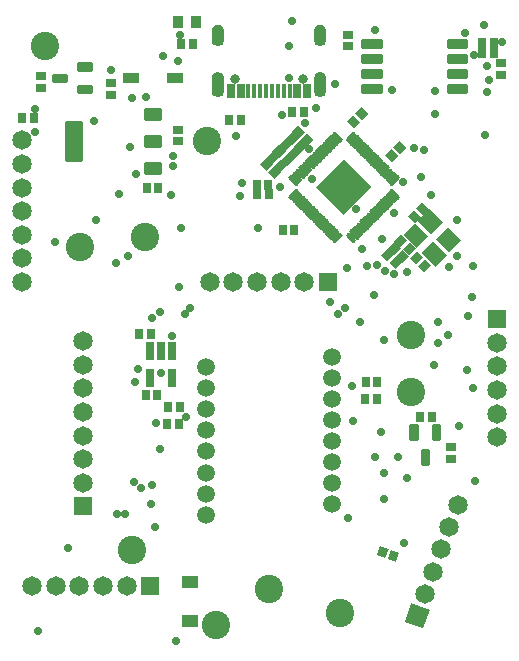
<source format=gbs>
G04 EAGLE Gerber RS-274X export*
G75*
%MOMM*%
%FSLAX34Y34*%
%LPD*%
%INSoldermask Bottom*%
%IPPOS*%
%AMOC8*
5,1,8,0,0,1.08239X$1,22.5*%
G01*
G04 Define Apertures*
%ADD10C,2.403200*%
%ADD11R,0.763200X0.832300*%
%ADD12R,0.832300X0.763200*%
%ADD13R,1.643200X1.643200*%
%ADD14C,1.643200*%
%ADD15R,0.400000X1.240000*%
%ADD16R,0.700000X1.240000*%
%ADD17C,0.803200*%
%ADD18R,0.815000X1.115000*%
%ADD19R,0.738300X0.847200*%
%ADD20R,1.403200X0.903200*%
%ADD21C,1.503200*%
%ADD22R,0.762000X1.625600*%
%ADD23C,0.254016*%
%ADD24R,3.303200X3.303200*%
%ADD25C,0.339959*%
%ADD26C,0.393431*%
%ADD27C,0.344606*%
%ADD28R,1.403200X1.603200*%
%ADD29R,1.423200X1.113200*%
%ADD30C,0.353406*%
%ADD31R,0.847200X0.738300*%
%ADD32R,1.643200X1.643200*%
%ADD33C,0.705600*%
G36*
X-42126Y337824D02*
X-41059Y337450D01*
X-40101Y336849D01*
X-39302Y336049D01*
X-38700Y335091D01*
X-38326Y334024D01*
X-38200Y332903D01*
X-38200Y324897D01*
X-38326Y323776D01*
X-38700Y322709D01*
X-39302Y321751D01*
X-40101Y320952D01*
X-41059Y320350D01*
X-42126Y319976D01*
X-43250Y319850D01*
X-44374Y319976D01*
X-45441Y320350D01*
X-46399Y320952D01*
X-47199Y321751D01*
X-47800Y322709D01*
X-48174Y323776D01*
X-48300Y324897D01*
X-48300Y332903D01*
X-48174Y334024D01*
X-47800Y335091D01*
X-47199Y336049D01*
X-46399Y336849D01*
X-45441Y337450D01*
X-44374Y337824D01*
X-43250Y337950D01*
X-42126Y337824D01*
G37*
G36*
X44374Y337824D02*
X45441Y337450D01*
X46399Y336849D01*
X47199Y336049D01*
X47800Y335091D01*
X48174Y334024D01*
X48300Y332903D01*
X48300Y324897D01*
X48174Y323776D01*
X47800Y322709D01*
X47199Y321751D01*
X46399Y320952D01*
X45441Y320350D01*
X44374Y319976D01*
X43250Y319850D01*
X42126Y319976D01*
X41059Y320350D01*
X40101Y320952D01*
X39302Y321751D01*
X38700Y322709D01*
X38326Y323776D01*
X38200Y324897D01*
X38200Y332903D01*
X38326Y334024D01*
X38700Y335091D01*
X39302Y336049D01*
X40101Y336849D01*
X41059Y337450D01*
X42126Y337824D01*
X43250Y337950D01*
X44374Y337824D01*
G37*
G36*
X-42126Y297624D02*
X-41059Y297250D01*
X-40101Y296649D01*
X-39302Y295849D01*
X-38700Y294891D01*
X-38326Y293824D01*
X-38200Y292703D01*
X-38200Y281697D01*
X-38326Y280576D01*
X-38700Y279509D01*
X-39302Y278551D01*
X-40101Y277752D01*
X-41059Y277150D01*
X-42126Y276776D01*
X-43250Y276650D01*
X-44374Y276776D01*
X-45441Y277150D01*
X-46399Y277752D01*
X-47199Y278551D01*
X-47800Y279509D01*
X-48174Y280576D01*
X-48300Y281697D01*
X-48300Y292703D01*
X-48174Y293824D01*
X-47800Y294891D01*
X-47199Y295849D01*
X-46399Y296649D01*
X-45441Y297250D01*
X-44374Y297624D01*
X-43250Y297750D01*
X-42126Y297624D01*
G37*
G36*
X44374Y297624D02*
X45441Y297250D01*
X46399Y296649D01*
X47199Y295849D01*
X47800Y294891D01*
X48174Y293824D01*
X48300Y292703D01*
X48300Y281697D01*
X48174Y280576D01*
X47800Y279509D01*
X47199Y278551D01*
X46399Y277752D01*
X45441Y277150D01*
X44374Y276776D01*
X43250Y276650D01*
X42137Y276764D01*
X41076Y277123D01*
X40122Y277709D01*
X39322Y278493D01*
X38717Y279435D01*
X38336Y280488D01*
X38200Y281597D01*
X38200Y292603D01*
X38316Y293736D01*
X38683Y294817D01*
X39281Y295791D01*
X40081Y296606D01*
X41042Y297223D01*
X42116Y297611D01*
X43250Y297750D01*
X44374Y297624D01*
G37*
D10*
X0Y-140000D03*
X-105000Y158500D03*
X-160000Y150000D03*
X-190000Y320000D03*
X-115800Y-106600D03*
X60000Y-160000D03*
X120000Y75000D03*
X-52400Y239500D03*
X120000Y27000D03*
X-45000Y-170000D03*
D11*
X81754Y21100D03*
X91446Y21100D03*
G36*
X31877Y245733D02*
X37274Y240336D01*
X31391Y234453D01*
X25994Y239850D01*
X31877Y245733D01*
G37*
G36*
X25023Y252587D02*
X30420Y247190D01*
X24537Y241307D01*
X19140Y246704D01*
X25023Y252587D01*
G37*
G36*
X100336Y137608D02*
X94939Y143005D01*
X100822Y148888D01*
X106219Y143491D01*
X100336Y137608D01*
G37*
G36*
X107190Y130754D02*
X101793Y136151D01*
X107676Y142034D01*
X113073Y136637D01*
X107190Y130754D01*
G37*
G36*
X26531Y240387D02*
X31928Y234990D01*
X26045Y229107D01*
X20648Y234504D01*
X26531Y240387D01*
G37*
G36*
X19677Y247241D02*
X25074Y241844D01*
X19191Y235961D01*
X13794Y241358D01*
X19677Y247241D01*
G37*
X21267Y164134D03*
X11575Y164134D03*
G36*
X109713Y226630D02*
X104316Y221233D01*
X98433Y227116D01*
X103830Y232513D01*
X109713Y226630D01*
G37*
G36*
X116567Y233484D02*
X111170Y228087D01*
X105287Y233970D01*
X110684Y239367D01*
X116567Y233484D01*
G37*
G36*
X77484Y255579D02*
X72087Y250182D01*
X66204Y256065D01*
X71601Y261462D01*
X77484Y255579D01*
G37*
G36*
X84338Y262433D02*
X78941Y257036D01*
X73058Y262919D01*
X78455Y268316D01*
X84338Y262433D01*
G37*
G36*
X105682Y142954D02*
X100285Y148351D01*
X106168Y154234D01*
X111565Y148837D01*
X105682Y142954D01*
G37*
G36*
X112536Y136100D02*
X107139Y141497D01*
X113022Y147380D01*
X118419Y141983D01*
X112536Y136100D01*
G37*
X-154Y194500D03*
X-9846Y194500D03*
X-454Y202500D03*
X-10146Y202500D03*
G36*
X131950Y139393D02*
X137347Y133996D01*
X131464Y128113D01*
X126067Y133510D01*
X131950Y139393D01*
G37*
G36*
X125096Y146247D02*
X130493Y140850D01*
X124610Y134967D01*
X119213Y140364D01*
X125096Y146247D01*
G37*
X81954Y35600D03*
X91646Y35600D03*
G36*
X124287Y182670D02*
X129684Y188067D01*
X135567Y182184D01*
X130170Y176787D01*
X124287Y182670D01*
G37*
G36*
X117433Y175816D02*
X122830Y181213D01*
X128713Y175330D01*
X123316Y169933D01*
X117433Y175816D01*
G37*
G36*
X10281Y224137D02*
X15678Y218740D01*
X9795Y212857D01*
X4398Y218254D01*
X10281Y224137D01*
G37*
G36*
X3427Y230991D02*
X8824Y225594D01*
X2941Y219711D01*
X-2456Y225108D01*
X3427Y230991D01*
G37*
X-100233Y76058D03*
X-109925Y76058D03*
X-94376Y24318D03*
X-104068Y24318D03*
X-103646Y199800D03*
X-93954Y199800D03*
D12*
X-76700Y239054D03*
X-76700Y248746D03*
D11*
G36*
X4934Y218790D02*
X10331Y213393D01*
X4448Y207510D01*
X-949Y212907D01*
X4934Y218790D01*
G37*
G36*
X-1920Y225644D02*
X3477Y220247D01*
X-2406Y214364D01*
X-7803Y219761D01*
X-1920Y225644D01*
G37*
D13*
X50000Y120000D03*
D14*
X30000Y120000D03*
X10000Y120000D03*
X-10000Y120000D03*
X-30000Y120000D03*
X-50000Y120000D03*
D15*
X-17500Y281400D03*
X-12500Y281400D03*
X-7500Y281400D03*
X17500Y281400D03*
X12500Y281400D03*
X7500Y281400D03*
X-2500Y281400D03*
X2500Y281400D03*
D16*
X-32000Y281400D03*
X32000Y281400D03*
X-24000Y281400D03*
X24000Y281400D03*
D17*
X-28900Y292100D03*
X28900Y292100D03*
D18*
X-76800Y339800D03*
X-61800Y339800D03*
D19*
X-75125Y14200D03*
X-85275Y14200D03*
G36*
X111217Y149620D02*
X105997Y154840D01*
X111987Y160830D01*
X117207Y155610D01*
X111217Y149620D01*
G37*
G36*
X118395Y142442D02*
X113175Y147662D01*
X119165Y153652D01*
X124385Y148432D01*
X118395Y142442D01*
G37*
X-76525Y-600D03*
X-86675Y-600D03*
X-24025Y257400D03*
X-34175Y257400D03*
X19925Y263600D03*
X30075Y263600D03*
X190275Y313680D03*
X180125Y313680D03*
X180125Y322290D03*
X190275Y322290D03*
G36*
X21509Y234717D02*
X26729Y229497D01*
X20739Y223507D01*
X15519Y228727D01*
X21509Y234717D01*
G37*
G36*
X14331Y241895D02*
X19551Y236675D01*
X13561Y230685D01*
X8341Y235905D01*
X14331Y241895D01*
G37*
G36*
X16058Y229265D02*
X21278Y224045D01*
X15288Y218055D01*
X10068Y223275D01*
X16058Y229265D01*
G37*
G36*
X8880Y236443D02*
X14100Y231223D01*
X8110Y225233D01*
X2890Y230453D01*
X8880Y236443D01*
G37*
X-64525Y321100D03*
X-74675Y321100D03*
D20*
X-116800Y292600D03*
X-79800Y292600D03*
D21*
X53500Y56600D03*
X53500Y38800D03*
X53500Y21000D03*
X53500Y3200D03*
X53500Y-14600D03*
X53500Y-32400D03*
X53500Y-50200D03*
X53500Y-68000D03*
X-53500Y-76900D03*
X-53500Y-59100D03*
X-53500Y-41300D03*
X-53500Y-23500D03*
X-53500Y-5700D03*
X-53500Y12100D03*
X-53500Y29900D03*
X-53500Y47700D03*
D22*
X-101050Y61718D03*
X-91550Y61718D03*
X-82050Y61718D03*
X-82050Y38830D03*
X-101050Y38830D03*
D23*
X102581Y196724D02*
X103636Y197779D01*
X109215Y192200D01*
X108160Y191145D01*
X102581Y196724D01*
X105747Y193558D02*
X107857Y193558D01*
X105444Y195971D02*
X103334Y195971D01*
X100807Y194950D02*
X99752Y193895D01*
X100807Y194950D02*
X106386Y189371D01*
X105331Y188316D01*
X99752Y193895D01*
X102918Y190729D02*
X105028Y190729D01*
X102615Y193142D02*
X100505Y193142D01*
X97979Y192122D02*
X96924Y191067D01*
X97979Y192122D02*
X103558Y186543D01*
X102503Y185488D01*
X96924Y191067D01*
X100090Y187901D02*
X102200Y187901D01*
X99787Y190314D02*
X97677Y190314D01*
X95151Y189293D02*
X94096Y188238D01*
X95151Y189293D02*
X100730Y183714D01*
X99675Y182659D01*
X94096Y188238D01*
X97262Y185072D02*
X99372Y185072D01*
X96959Y187485D02*
X94849Y187485D01*
X92322Y186465D02*
X91267Y185410D01*
X92322Y186465D02*
X97901Y180886D01*
X96846Y179831D01*
X91267Y185410D01*
X94433Y182244D02*
X96543Y182244D01*
X94130Y184657D02*
X92020Y184657D01*
X89494Y183637D02*
X88439Y182582D01*
X89494Y183637D02*
X95073Y178058D01*
X94018Y177003D01*
X88439Y182582D01*
X91605Y179416D02*
X93715Y179416D01*
X91302Y181829D02*
X89192Y181829D01*
X86665Y180808D02*
X85610Y179753D01*
X86665Y180808D02*
X92244Y175229D01*
X91189Y174174D01*
X85610Y179753D01*
X88776Y176587D02*
X90886Y176587D01*
X88473Y179000D02*
X86363Y179000D01*
X83837Y177980D02*
X82782Y176925D01*
X83837Y177980D02*
X89416Y172401D01*
X88361Y171346D01*
X82782Y176925D01*
X85948Y173759D02*
X88058Y173759D01*
X85645Y176172D02*
X83535Y176172D01*
X81009Y175151D02*
X79954Y174096D01*
X81009Y175151D02*
X86588Y169572D01*
X85533Y168517D01*
X79954Y174096D01*
X83120Y170930D02*
X85230Y170930D01*
X82817Y173343D02*
X80707Y173343D01*
X78180Y172323D02*
X77125Y171268D01*
X78180Y172323D02*
X83759Y166744D01*
X82704Y165689D01*
X77125Y171268D01*
X80291Y168102D02*
X82401Y168102D01*
X79988Y170515D02*
X77878Y170515D01*
X75352Y169494D02*
X74297Y168439D01*
X75352Y169494D02*
X80931Y163915D01*
X79876Y162860D01*
X74297Y168439D01*
X77463Y165273D02*
X79573Y165273D01*
X77160Y167686D02*
X75050Y167686D01*
X72523Y166666D02*
X71468Y165611D01*
X72523Y166666D02*
X78102Y161087D01*
X77047Y160032D01*
X71468Y165611D01*
X74634Y162445D02*
X76744Y162445D01*
X74331Y164858D02*
X72221Y164858D01*
X69695Y163838D02*
X68640Y162783D01*
X69695Y163838D02*
X75274Y158259D01*
X74219Y157204D01*
X68640Y162783D01*
X71806Y159617D02*
X73916Y159617D01*
X71503Y162030D02*
X69393Y162030D01*
X66866Y161009D02*
X65811Y159954D01*
X66866Y161009D02*
X72445Y155430D01*
X71390Y154375D01*
X65811Y159954D01*
X68977Y156788D02*
X71087Y156788D01*
X68674Y159201D02*
X66564Y159201D01*
X17233Y208532D02*
X18288Y209587D01*
X23867Y204008D01*
X22812Y202953D01*
X17233Y208532D01*
X20399Y205366D02*
X22509Y205366D01*
X20096Y207779D02*
X17986Y207779D01*
X20062Y211361D02*
X21117Y212416D01*
X26696Y206837D01*
X25641Y205782D01*
X20062Y211361D01*
X23228Y208195D02*
X25338Y208195D01*
X22925Y210608D02*
X20815Y210608D01*
X22890Y214189D02*
X23945Y215244D01*
X29524Y209665D01*
X28469Y208610D01*
X22890Y214189D01*
X26056Y211023D02*
X28166Y211023D01*
X25753Y213436D02*
X23643Y213436D01*
X25718Y217018D02*
X26773Y218073D01*
X32352Y212494D01*
X31297Y211439D01*
X25718Y217018D01*
X28884Y213852D02*
X30994Y213852D01*
X28581Y216265D02*
X26471Y216265D01*
X28547Y219846D02*
X29602Y220901D01*
X35181Y215322D01*
X34126Y214267D01*
X28547Y219846D01*
X31713Y216680D02*
X33823Y216680D01*
X31410Y219093D02*
X29300Y219093D01*
X31375Y222674D02*
X32430Y223729D01*
X38009Y218150D01*
X36954Y217095D01*
X31375Y222674D01*
X34541Y219508D02*
X36651Y219508D01*
X34238Y221921D02*
X32128Y221921D01*
X34204Y225503D02*
X35259Y226558D01*
X40838Y220979D01*
X39783Y219924D01*
X34204Y225503D01*
X37370Y222337D02*
X39480Y222337D01*
X37067Y224750D02*
X34957Y224750D01*
X37032Y228331D02*
X38087Y229386D01*
X43666Y223807D01*
X42611Y222752D01*
X37032Y228331D01*
X40198Y225165D02*
X42308Y225165D01*
X39895Y227578D02*
X37785Y227578D01*
X39861Y231160D02*
X40916Y232215D01*
X46495Y226636D01*
X45440Y225581D01*
X39861Y231160D01*
X43027Y227994D02*
X45137Y227994D01*
X42724Y230407D02*
X40614Y230407D01*
X42689Y233988D02*
X43744Y235043D01*
X49323Y229464D01*
X48268Y228409D01*
X42689Y233988D01*
X45855Y230822D02*
X47965Y230822D01*
X45552Y233235D02*
X43442Y233235D01*
X45517Y236817D02*
X46572Y237872D01*
X52151Y232293D01*
X51096Y231238D01*
X45517Y236817D01*
X48683Y233651D02*
X50793Y233651D01*
X48380Y236064D02*
X46270Y236064D01*
X48346Y239645D02*
X49401Y240700D01*
X54980Y235121D01*
X53925Y234066D01*
X48346Y239645D01*
X51512Y236479D02*
X53622Y236479D01*
X51209Y238892D02*
X49099Y238892D01*
X51174Y242473D02*
X52229Y243528D01*
X57808Y237949D01*
X56753Y236894D01*
X51174Y242473D01*
X54340Y239307D02*
X56450Y239307D01*
X54037Y241720D02*
X51927Y241720D01*
X54003Y245302D02*
X55058Y246357D01*
X60637Y240778D01*
X59582Y239723D01*
X54003Y245302D01*
X57169Y242136D02*
X59279Y242136D01*
X56866Y244549D02*
X54756Y244549D01*
X65811Y240778D02*
X71390Y246357D01*
X72445Y245302D01*
X66866Y239723D01*
X65811Y240778D01*
X67169Y242136D02*
X69279Y242136D01*
X69582Y244549D02*
X71692Y244549D01*
X74219Y243528D02*
X68640Y237949D01*
X74219Y243528D02*
X75274Y242473D01*
X69695Y236894D01*
X68640Y237949D01*
X69998Y239307D02*
X72108Y239307D01*
X72411Y241720D02*
X74521Y241720D01*
X77047Y240700D02*
X71468Y235121D01*
X77047Y240700D02*
X78102Y239645D01*
X72523Y234066D01*
X71468Y235121D01*
X72826Y236479D02*
X74936Y236479D01*
X75239Y238892D02*
X77349Y238892D01*
X79876Y237872D02*
X74297Y232293D01*
X79876Y237872D02*
X80931Y236817D01*
X75352Y231238D01*
X74297Y232293D01*
X75655Y233651D02*
X77765Y233651D01*
X78068Y236064D02*
X80178Y236064D01*
X82704Y235043D02*
X77125Y229464D01*
X82704Y235043D02*
X83759Y233988D01*
X78180Y228409D01*
X77125Y229464D01*
X78483Y230822D02*
X80593Y230822D01*
X80896Y233235D02*
X83006Y233235D01*
X85533Y232215D02*
X79954Y226636D01*
X85533Y232215D02*
X86588Y231160D01*
X81009Y225581D01*
X79954Y226636D01*
X81312Y227994D02*
X83422Y227994D01*
X83725Y230407D02*
X85835Y230407D01*
X88361Y229386D02*
X82782Y223807D01*
X88361Y229386D02*
X89416Y228331D01*
X83837Y222752D01*
X82782Y223807D01*
X84140Y225165D02*
X86250Y225165D01*
X86553Y227578D02*
X88663Y227578D01*
X91189Y226558D02*
X85610Y220979D01*
X91189Y226558D02*
X92244Y225503D01*
X86665Y219924D01*
X85610Y220979D01*
X86968Y222337D02*
X89078Y222337D01*
X89381Y224750D02*
X91491Y224750D01*
X94018Y223729D02*
X88439Y218150D01*
X94018Y223729D02*
X95073Y222674D01*
X89494Y217095D01*
X88439Y218150D01*
X89797Y219508D02*
X91907Y219508D01*
X92210Y221921D02*
X94320Y221921D01*
X96846Y220901D02*
X91267Y215322D01*
X96846Y220901D02*
X97901Y219846D01*
X92322Y214267D01*
X91267Y215322D01*
X92625Y216680D02*
X94735Y216680D01*
X95038Y219093D02*
X97148Y219093D01*
X99675Y218073D02*
X94096Y212494D01*
X99675Y218073D02*
X100730Y217018D01*
X95151Y211439D01*
X94096Y212494D01*
X95454Y213852D02*
X97564Y213852D01*
X97867Y216265D02*
X99977Y216265D01*
X102503Y215244D02*
X96924Y209665D01*
X102503Y215244D02*
X103558Y214189D01*
X97979Y208610D01*
X96924Y209665D01*
X98282Y211023D02*
X100392Y211023D01*
X100695Y213436D02*
X102805Y213436D01*
X105331Y212416D02*
X99752Y206837D01*
X105331Y212416D02*
X106386Y211361D01*
X100807Y205782D01*
X99752Y206837D01*
X101110Y208195D02*
X103220Y208195D01*
X103523Y210608D02*
X105633Y210608D01*
X108160Y209587D02*
X102581Y204008D01*
X108160Y209587D02*
X109215Y208532D01*
X103636Y202953D01*
X102581Y204008D01*
X103939Y205366D02*
X106049Y205366D01*
X106352Y207779D02*
X108462Y207779D01*
X59582Y161009D02*
X54003Y155430D01*
X59582Y161009D02*
X60637Y159954D01*
X55058Y154375D01*
X54003Y155430D01*
X55361Y156788D02*
X57471Y156788D01*
X57774Y159201D02*
X59884Y159201D01*
X56753Y163838D02*
X51174Y158259D01*
X56753Y163838D02*
X57808Y162783D01*
X52229Y157204D01*
X51174Y158259D01*
X52532Y159617D02*
X54642Y159617D01*
X54945Y162030D02*
X57055Y162030D01*
X53925Y166666D02*
X48346Y161087D01*
X53925Y166666D02*
X54980Y165611D01*
X49401Y160032D01*
X48346Y161087D01*
X49704Y162445D02*
X51814Y162445D01*
X52117Y164858D02*
X54227Y164858D01*
X51096Y169494D02*
X45517Y163915D01*
X51096Y169494D02*
X52151Y168439D01*
X46572Y162860D01*
X45517Y163915D01*
X46875Y165273D02*
X48985Y165273D01*
X49288Y167686D02*
X51398Y167686D01*
X48268Y172323D02*
X42689Y166744D01*
X48268Y172323D02*
X49323Y171268D01*
X43744Y165689D01*
X42689Y166744D01*
X44047Y168102D02*
X46157Y168102D01*
X46460Y170515D02*
X48570Y170515D01*
X45440Y175151D02*
X39861Y169572D01*
X45440Y175151D02*
X46495Y174096D01*
X40916Y168517D01*
X39861Y169572D01*
X41219Y170930D02*
X43329Y170930D01*
X43632Y173343D02*
X45742Y173343D01*
X42611Y177980D02*
X37032Y172401D01*
X42611Y177980D02*
X43666Y176925D01*
X38087Y171346D01*
X37032Y172401D01*
X38390Y173759D02*
X40500Y173759D01*
X40803Y176172D02*
X42913Y176172D01*
X39783Y180808D02*
X34204Y175229D01*
X39783Y180808D02*
X40838Y179753D01*
X35259Y174174D01*
X34204Y175229D01*
X35562Y176587D02*
X37672Y176587D01*
X37975Y179000D02*
X40085Y179000D01*
X36954Y183637D02*
X31375Y178058D01*
X36954Y183637D02*
X38009Y182582D01*
X32430Y177003D01*
X31375Y178058D01*
X32733Y179416D02*
X34843Y179416D01*
X35146Y181829D02*
X37256Y181829D01*
X34126Y186465D02*
X28547Y180886D01*
X34126Y186465D02*
X35181Y185410D01*
X29602Y179831D01*
X28547Y180886D01*
X29905Y182244D02*
X32015Y182244D01*
X32318Y184657D02*
X34428Y184657D01*
X31297Y189293D02*
X25718Y183714D01*
X31297Y189293D02*
X32352Y188238D01*
X26773Y182659D01*
X25718Y183714D01*
X27076Y185072D02*
X29186Y185072D01*
X29489Y187485D02*
X31599Y187485D01*
X28469Y192122D02*
X22890Y186543D01*
X28469Y192122D02*
X29524Y191067D01*
X23945Y185488D01*
X22890Y186543D01*
X24248Y187901D02*
X26358Y187901D01*
X26661Y190314D02*
X28771Y190314D01*
X25641Y194950D02*
X20062Y189371D01*
X25641Y194950D02*
X26696Y193895D01*
X21117Y188316D01*
X20062Y189371D01*
X21420Y190729D02*
X23530Y190729D01*
X23833Y193142D02*
X25943Y193142D01*
X22812Y197779D02*
X17233Y192200D01*
X22812Y197779D02*
X23867Y196724D01*
X18288Y191145D01*
X17233Y192200D01*
X18591Y193558D02*
X20701Y193558D01*
X21004Y195971D02*
X23114Y195971D01*
D24*
G36*
X39867Y200366D02*
X63224Y223723D01*
X86581Y200366D01*
X63224Y177009D01*
X39867Y200366D01*
G37*
D25*
X-92584Y265866D02*
X-104316Y265866D01*
X-92584Y265866D02*
X-92584Y257934D01*
X-104316Y257934D01*
X-104316Y265866D01*
X-104316Y261164D02*
X-92584Y261164D01*
X-92584Y264394D02*
X-104316Y264394D01*
X-104316Y242966D02*
X-92584Y242966D01*
X-92584Y235034D01*
X-104316Y235034D01*
X-104316Y242966D01*
X-104316Y238264D02*
X-92584Y238264D01*
X-92584Y241494D02*
X-104316Y241494D01*
X-104316Y220066D02*
X-92584Y220066D01*
X-92584Y212134D01*
X-104316Y212134D01*
X-104316Y220066D01*
X-104316Y215364D02*
X-92584Y215364D01*
X-92584Y218594D02*
X-104316Y218594D01*
D26*
X-159751Y254249D02*
X-170949Y254249D01*
X-159751Y254249D02*
X-159751Y223751D01*
X-170949Y223751D01*
X-170949Y254249D01*
X-170949Y227488D02*
X-159751Y227488D01*
X-159751Y231225D02*
X-170949Y231225D01*
X-170949Y234962D02*
X-159751Y234962D01*
X-159751Y238699D02*
X-170949Y238699D01*
X-170949Y242436D02*
X-159751Y242436D01*
X-159751Y246173D02*
X-170949Y246173D01*
X-170949Y249910D02*
X-159751Y249910D01*
X-159751Y253647D02*
X-170949Y253647D01*
D27*
X152089Y323743D02*
X166775Y323743D01*
X166775Y319357D01*
X152089Y319357D01*
X152089Y323743D01*
X152089Y322631D02*
X166775Y322631D01*
X166775Y311043D02*
X152089Y311043D01*
X166775Y311043D02*
X166775Y306657D01*
X152089Y306657D01*
X152089Y311043D01*
X152089Y309931D02*
X166775Y309931D01*
X166775Y298343D02*
X152089Y298343D01*
X166775Y298343D02*
X166775Y293957D01*
X152089Y293957D01*
X152089Y298343D01*
X152089Y297231D02*
X166775Y297231D01*
X166775Y285643D02*
X152089Y285643D01*
X166775Y285643D02*
X166775Y281257D01*
X152089Y281257D01*
X152089Y285643D01*
X152089Y284531D02*
X166775Y284531D01*
X94675Y285643D02*
X79989Y285643D01*
X94675Y285643D02*
X94675Y281257D01*
X79989Y281257D01*
X79989Y285643D01*
X79989Y284531D02*
X94675Y284531D01*
X94675Y298343D02*
X79989Y298343D01*
X94675Y298343D02*
X94675Y293957D01*
X79989Y293957D01*
X79989Y298343D01*
X79989Y297231D02*
X94675Y297231D01*
X94675Y311043D02*
X79989Y311043D01*
X94675Y311043D02*
X94675Y306657D01*
X79989Y306657D01*
X79989Y311043D01*
X79989Y309931D02*
X94675Y309931D01*
X94675Y323743D02*
X79989Y323743D01*
X94675Y323743D02*
X94675Y319357D01*
X79989Y319357D01*
X79989Y323743D01*
X79989Y322631D02*
X94675Y322631D01*
D28*
G36*
X125813Y171996D02*
X135735Y181918D01*
X147071Y170582D01*
X137149Y160660D01*
X125813Y171996D01*
G37*
G36*
X141370Y156439D02*
X151292Y166361D01*
X162628Y155025D01*
X152706Y145103D01*
X141370Y156439D01*
G37*
G36*
X129349Y144418D02*
X139271Y154340D01*
X150607Y143004D01*
X140685Y133082D01*
X129349Y144418D01*
G37*
G36*
X113792Y159975D02*
X123714Y169897D01*
X135050Y158561D01*
X125128Y148639D01*
X113792Y159975D01*
G37*
D14*
X-209000Y180000D03*
X-209000Y160000D03*
X-209000Y140000D03*
X-209000Y120000D03*
D13*
X-157500Y-70000D03*
D14*
X-157500Y-50000D03*
X-157500Y-30000D03*
X-157500Y-10000D03*
X-157500Y10000D03*
X-157500Y30000D03*
X-157500Y50000D03*
X-157500Y70000D03*
D29*
X-66800Y-167050D03*
X-66800Y-134350D03*
D13*
X-100500Y-137500D03*
D14*
X-120500Y-137500D03*
X-140500Y-137500D03*
X-160500Y-137500D03*
X-180500Y-137500D03*
X-200500Y-137500D03*
D13*
X193329Y88498D03*
D14*
X193329Y68498D03*
X193329Y48498D03*
X193329Y28498D03*
X193329Y8498D03*
X193329Y-11502D03*
D30*
X120681Y-13099D02*
X120681Y-2301D01*
X125179Y-2301D01*
X125179Y-13099D01*
X120681Y-13099D01*
X120681Y-9742D02*
X125179Y-9742D01*
X125179Y-6385D02*
X120681Y-6385D01*
X120681Y-3028D02*
X125179Y-3028D01*
X130181Y-23501D02*
X130181Y-34299D01*
X130181Y-23501D02*
X134679Y-23501D01*
X134679Y-34299D01*
X130181Y-34299D01*
X130181Y-30942D02*
X134679Y-30942D01*
X134679Y-27585D02*
X130181Y-27585D01*
X130181Y-24228D02*
X134679Y-24228D01*
X139681Y-13099D02*
X139681Y-2301D01*
X144179Y-2301D01*
X144179Y-13099D01*
X139681Y-13099D01*
X139681Y-9742D02*
X144179Y-9742D01*
X144179Y-6385D02*
X139681Y-6385D01*
X139681Y-3028D02*
X144179Y-3028D01*
D19*
X137775Y6059D03*
X127625Y6059D03*
D31*
X153800Y-29575D03*
X153800Y-19425D03*
D32*
G36*
X130394Y-173236D02*
X114954Y-167616D01*
X120574Y-152176D01*
X136014Y-157796D01*
X130394Y-173236D01*
G37*
D14*
X132324Y-143912D03*
X139165Y-125118D03*
X146005Y-106324D03*
X152846Y-87530D03*
X159686Y-68736D03*
D30*
X-150337Y304209D02*
X-161135Y304209D01*
X-150337Y304209D02*
X-150337Y299711D01*
X-161135Y299711D01*
X-161135Y304209D01*
X-161135Y303068D02*
X-150337Y303068D01*
X-171537Y294709D02*
X-182335Y294709D01*
X-171537Y294709D02*
X-171537Y290211D01*
X-182335Y290211D01*
X-182335Y294709D01*
X-182335Y293568D02*
X-171537Y293568D01*
X-161135Y285209D02*
X-150337Y285209D01*
X-150337Y280711D01*
X-161135Y280711D01*
X-161135Y285209D01*
X-161135Y284068D02*
X-150337Y284068D01*
D31*
X-133900Y278525D03*
X-133900Y288675D03*
X-192900Y284525D03*
X-192900Y294675D03*
D14*
X-209000Y220000D03*
X-209000Y200000D03*
X-209000Y240000D03*
D11*
G36*
X103378Y-106757D02*
X110549Y-109368D01*
X107702Y-117187D01*
X100531Y-114576D01*
X103378Y-106757D01*
G37*
G36*
X94270Y-103443D02*
X101441Y-106054D01*
X98594Y-113873D01*
X91423Y-111262D01*
X94270Y-103443D01*
G37*
X-208746Y258600D03*
X-199054Y258600D03*
D31*
X196600Y295325D03*
X196600Y305475D03*
D12*
X67300Y329546D03*
X67300Y319854D03*
D33*
X-81200Y226600D03*
X-95600Y1000D03*
X-96700Y-87200D03*
X90158Y-28500D03*
X51700Y102688D03*
X70700Y31600D03*
X-104000Y276400D03*
X-134100Y299700D03*
X63500Y199300D03*
X73200Y207200D03*
X55100Y192500D03*
X70700Y192300D03*
X55500Y208100D03*
X63000Y216200D03*
X48700Y201000D03*
X79800Y200200D03*
X63300Y183100D03*
X123100Y233100D03*
X152700Y132800D03*
X117200Y128600D03*
X159500Y172500D03*
X137500Y193900D03*
X105800Y178000D03*
X11300Y261000D03*
X30500Y254200D03*
X40100Y267400D03*
X56000Y287500D03*
X182452Y337258D03*
X109100Y-27900D03*
X95100Y-7200D03*
X97700Y-41500D03*
X67100Y-79800D03*
X-91000Y43200D03*
X-92000Y-21000D03*
X-129172Y136228D03*
X-119700Y141600D03*
X-76300Y115700D03*
X-92300Y94700D03*
X9600Y200394D03*
X-23200Y203600D03*
X-24400Y192417D03*
X-82700Y193900D03*
X-81100Y218300D03*
X-112800Y211700D03*
X-116200Y275600D03*
X113300Y204600D03*
X128387Y208513D03*
X131080Y231443D03*
X97600Y-63600D03*
X90100Y333100D03*
X166000Y330800D03*
X173600Y312200D03*
X104600Y282800D03*
X141000Y281700D03*
X140800Y262000D03*
X174700Y-48100D03*
X-195700Y-175100D03*
X71000Y2700D03*
X-89372Y311372D03*
X-181100Y154100D03*
X139500Y49700D03*
X167400Y45800D03*
X172500Y30100D03*
X161300Y-2000D03*
X-28200Y243500D03*
X184632Y303300D03*
X143519Y85919D03*
X97580Y70780D03*
X143400Y68600D03*
X184931Y280494D03*
X-197952Y266500D03*
X-197952Y246800D03*
X-9600Y165300D03*
X-74600Y165900D03*
X-117800Y234300D03*
X117200Y-45600D03*
X114300Y-101000D03*
X78700Y148000D03*
X82900Y133200D03*
X197752Y323158D03*
X-70620Y5780D03*
X172276Y106950D03*
X76700Y86200D03*
X168324Y91144D03*
X186468Y291355D03*
X91392Y134736D03*
X159500Y142400D03*
X182700Y244700D03*
X-76700Y306700D03*
X17000Y320100D03*
X17258Y292434D03*
X-99100Y-51600D03*
X-99500Y-67900D03*
X36300Y207300D03*
X34234Y232693D03*
X74000Y181400D03*
X96067Y156293D03*
X-127200Y194400D03*
X-99400Y89100D03*
X-82050Y74066D03*
X-75600Y329400D03*
X19300Y341000D03*
X106244Y127000D03*
X98432Y129149D03*
X89037Y108614D03*
X58200Y93100D03*
X-70700Y92700D03*
X-110600Y46300D03*
X-108000Y-54400D03*
X-121600Y-76300D03*
X-114388Y-49200D03*
X-66937Y97838D03*
X66026Y131626D03*
X-113600Y35000D03*
X-128400Y-76300D03*
X64448Y97644D03*
X-170500Y-104800D03*
X-79000Y-184030D03*
X151400Y75300D03*
X172722Y133200D03*
X-146600Y172153D03*
X-148400Y256100D03*
M02*

</source>
